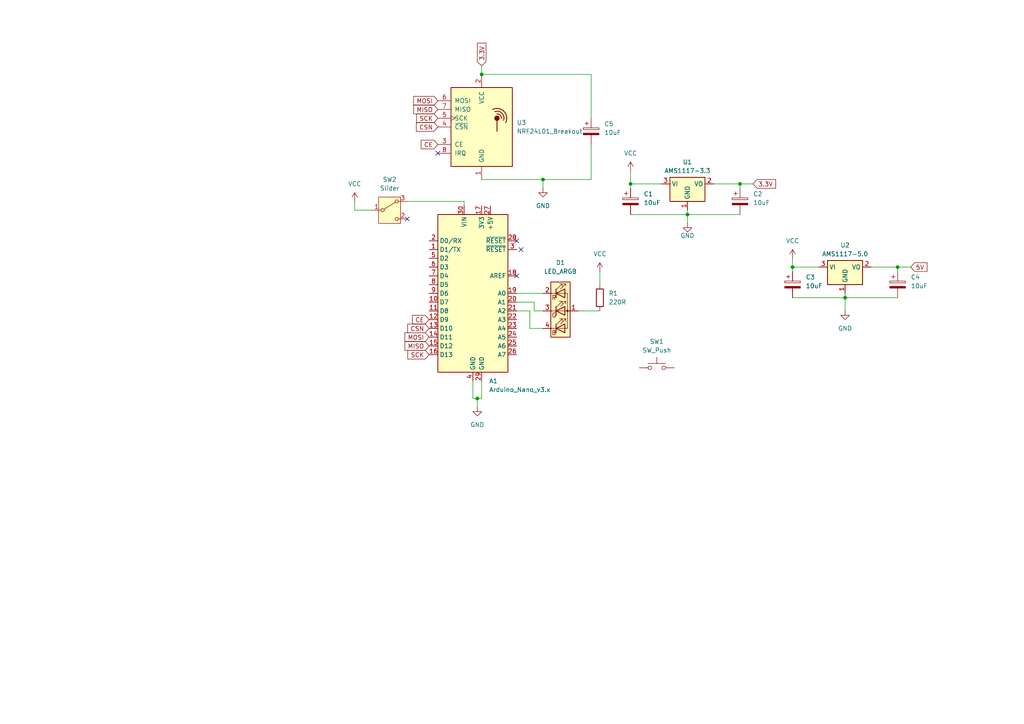
<source format=kicad_sch>
(kicad_sch (version 20250114) (generator "eeschema") (generator_version "9.0")
  (paper "A4")
  (title_block (title "Kumanda") (date "2025-03-31") (rev "1.0") (company "Bence Emerik"))
  (lib_symbols
    (symbol "Device:C_Polarized" (pin_numbers (hide yes)) (pin_names (offset 0.254))
      (property "Reference" "C" (at 0.635 2.54 0))
      (property "Value" "C_Polarized" (at 0.635 -2.54 0))
      (symbol "C_Polarized_0_1"
        (rectangle (start -2.286 0.508) (end 2.286 1.016))
        (polyline (pts (xy -1.778 2.286) (xy -0.762 2.286)))
        (polyline (pts (xy -1.27 2.794) (xy -1.27 1.778)))
        (rectangle (start 2.286 -0.508) (end -2.286 -1.016) (fill (type outline)))
      )
      (symbol "C_Polarized_1_1"
        (pin passive line (at 0 3.81 270) (length 2.794) (name "~") (number "1"))
        (pin passive line (at 0 -3.81 90) (length 2.794) (name "~") (number "2"))
      )
    )
    (symbol "Device:LED_ARGB" (pin_names (offset 0) (hide yes))
      (property "Reference" "D" (at 0 9.398 0))
      (property "Value" "LED_ARGB" (at 0 -8.89 0))
      (symbol "LED_ARGB_0_0"
        (text "R" (at -1.905 3.81 0) (effects (font (size 1.27 1.27))))
        (text "G" (at -1.905 -1.27 0) (effects (font (size 1.27 1.27))))
        (text "B" (at -1.905 -6.35 0) (effects (font (size 1.27 1.27))))
      )
      (symbol "LED_ARGB_0_1"
        (polyline (pts (xy -1.27 6.35) (xy -1.27 3.81)) (stroke (width 0.254)))
        (polyline (pts (xy -1.27 6.35) (xy -1.27 3.81) (xy -1.27 3.81)))
        (polyline (pts (xy -1.27 5.08) (xy -2.54 5.08)))
        (polyline (pts (xy -1.27 5.08) (xy 1.27 5.08)))
        (polyline (pts (xy -1.27 1.27) (xy -1.27 -1.27)) (stroke (width 0.254)))
        (polyline (pts (xy -1.27 1.27) (xy -1.27 -1.27) (xy -1.27 -1.27)))
        (polyline (pts (xy -1.27 0) (xy -2.54 0)))
        (polyline (pts (xy -1.27 -3.81) (xy -1.27 -6.35)) (stroke (width 0.254)))
        (polyline (pts (xy -1.27 -5.08) (xy -2.54 -5.08)))
        (polyline (pts (xy -1.27 -5.08) (xy 1.27 -5.08)))
        (polyline (pts (xy -1.016 6.35) (xy 0.508 7.874) (xy -0.254 7.874) (xy 0.508 7.874) (xy 0.508 7.112)))
        (polyline (pts (xy -1.016 1.27) (xy 0.508 2.794) (xy -0.254 2.794) (xy 0.508 2.794) (xy 0.508 2.032)))
        (polyline (pts (xy -1.016 -3.81) (xy 0.508 -2.286) (xy -0.254 -2.286) (xy 0.508 -2.286) (xy 0.508 -3.048)))
        (polyline (pts (xy 0 6.35) (xy 1.524 7.874) (xy 0.762 7.874) (xy 1.524 7.874) (xy 1.524 7.112)))
        (polyline (pts (xy 0 1.27) (xy 1.524 2.794) (xy 0.762 2.794) (xy 1.524 2.794) (xy 1.524 2.032)))
        (polyline (pts (xy 0 -3.81) (xy 1.524 -2.286) (xy 0.762 -2.286) (xy 1.524 -2.286) (xy 1.524 -3.048)))
        (polyline (pts (xy 1.27 6.35) (xy 1.27 3.81) (xy -1.27 5.08) (xy 1.27 6.35)) (stroke (width 0.254)))
        (rectangle (start 1.27 6.35) (end 1.27 6.35))
        (rectangle (start 1.27 3.81) (end 1.27 6.35))
        (polyline (pts (xy 1.27 1.27) (xy 1.27 -1.27) (xy -1.27 0) (xy 1.27 1.27)) (stroke (width 0.254)))
        (rectangle (start 1.27 1.27) (end 1.27 1.27))
        (polyline (pts (xy 1.27 0) (xy -1.27 0)))
        (polyline (pts (xy 1.27 0) (xy 2.54 0)))
        (rectangle (start 1.27 -1.27) (end 1.27 1.27))
        (polyline (pts (xy 1.27 -3.81) (xy 1.27 -6.35) (xy -1.27 -5.08) (xy 1.27 -3.81)) (stroke (width 0.254)))
        (polyline (pts (xy 1.27 -5.08) (xy 2.032 -5.08) (xy 2.032 5.08) (xy 1.27 5.08)))
        (circle (center 2.032 0) (radius 0.254) (fill (type outline)))
        (rectangle (start 2.794 8.382) (end -2.794 -7.62) (stroke (width 0.254)) (fill (type background)))
      )
      (symbol "LED_ARGB_1_1"
        (pin passive line (at -5.08 5.08 0) (length 2.54) (name "RK") (number "2"))
        (pin passive line (at -5.08 0 0) (length 2.54) (name "GK") (number "3"))
        (pin passive line (at -5.08 -5.08 0) (length 2.54) (name "BK") (number "4"))
        (pin passive line (at 5.08 0 180) (length 2.54) (name "A") (number "1"))
      )
    )
    (symbol "Device:R" (pin_numbers (hide yes)) (pin_names (offset 0))
      (property "Reference" "R" (at 2.032 0 90))
      (property "Value" "R" (at 0 0 90))
      (symbol "R_0_1"
        (rectangle (start -1.016 -2.54) (end 1.016 2.54) (stroke (width 0.254)))
      )
      (symbol "R_1_1"
        (pin passive line (at 0 3.81 270) (length 1.27) (name "~") (number "1"))
        (pin passive line (at 0 -3.81 90) (length 1.27) (name "~") (number "2"))
      )
    )
    (symbol "MCU_Module:Arduino_Nano_v3.x"
      (property "Reference" "A" (at -10.16 23.495 0))
      (property "Value" "Arduino_Nano_v3.x" (at 5.08 -24.13 0))
      (symbol "Arduino_Nano_v3.x_0_1"
        (rectangle (start -10.16 22.86) (end 10.16 -22.86) (stroke (width 0.254)) (fill (type background)))
      )
      (symbol "Arduino_Nano_v3.x_1_1"
        (pin bidirectional line (at -12.7 15.24 0) (length 2.54) (name "D0/RX") (number "2"))
        (pin bidirectional line (at -12.7 12.7 0) (length 2.54) (name "D1/TX") (number "1"))
        (pin bidirectional line (at -12.7 10.16 0) (length 2.54) (name "D2") (number "5"))
        (pin bidirectional line (at -12.7 7.62 0) (length 2.54) (name "D3") (number "6"))
        (pin bidirectional line (at -12.7 5.08 0) (length 2.54) (name "D4") (number "7"))
        (pin bidirectional line (at -12.7 2.54 0) (length 2.54) (name "D5") (number "8"))
        (pin bidirectional line (at -12.7 0 0) (length 2.54) (name "D6") (number "9"))
        (pin bidirectional line (at -12.7 -2.54 0) (length 2.54) (name "D7") (number "10"))
        (pin bidirectional line (at -12.7 -5.08 0) (length 2.54) (name "D8") (number "11"))
        (pin bidirectional line (at -12.7 -7.62 0) (length 2.54) (name "D9") (number "12"))
        (pin bidirectional line (at -12.7 -10.16 0) (length 2.54) (name "D10") (number "13"))
        (pin bidirectional line (at -12.7 -12.7 0) (length 2.54) (name "D11") (number "14"))
        (pin bidirectional line (at -12.7 -15.24 0) (length 2.54) (name "D12") (number "15"))
        (pin bidirectional line (at -12.7 -17.78 0) (length 2.54) (name "D13") (number "16"))
        (pin power_in line (at -2.54 25.4 270) (length 2.54) (name "VIN") (number "30"))
        (pin power_in line (at 0 -25.4 90) (length 2.54) (name "GND") (number "4"))
        (pin power_out line (at 2.54 25.4 270) (length 2.54) (name "3V3") (number "17"))
        (pin power_in line (at 2.54 -25.4 90) (length 2.54) (name "GND") (number "29"))
        (pin power_out line (at 5.08 25.4 270) (length 2.54) (name "+5V") (number "27"))
        (pin input line (at 12.7 15.24 180) (length 2.54) (name "~{RESET}") (number "28"))
        (pin input line (at 12.7 12.7 180) (length 2.54) (name "~{RESET}") (number "3"))
        (pin input line (at 12.7 5.08 180) (length 2.54) (name "AREF") (number "18"))
        (pin bidirectional line (at 12.7 0 180) (length 2.54) (name "A0") (number "19"))
        (pin bidirectional line (at 12.7 -2.54 180) (length 2.54) (name "A1") (number "20"))
        (pin bidirectional line (at 12.7 -5.08 180) (length 2.54) (name "A2") (number "21"))
        (pin bidirectional line (at 12.7 -7.62 180) (length 2.54) (name "A3") (number "22"))
        (pin bidirectional line (at 12.7 -10.16 180) (length 2.54) (name "A4") (number "23"))
        (pin bidirectional line (at 12.7 -12.7 180) (length 2.54) (name "A5") (number "24"))
        (pin bidirectional line (at 12.7 -15.24 180) (length 2.54) (name "A6") (number "25"))
        (pin bidirectional line (at 12.7 -17.78 180) (length 2.54) (name "A7") (number "26"))
      )
    )
    (symbol "RF:NRF24L01_Breakout" (pin_names (offset 1.016))
      (property "Reference" "U" (at -8.89 12.7 0))
      (property "Value" "NRF24L01_Breakout" (at 3.81 12.7 0))
      (symbol "NRF24L01_Breakout_0_1"
        (rectangle (start -8.89 11.43) (end 8.89 -11.43) (stroke (width 0.254)) (fill (type background)))
        (arc (start 3.175 5.08) (mid 6.453 4.548) (end 6.985 1.27) (stroke (width 0.254)))
        (circle (center 4.445 2.54) (radius 0.635) (stroke (width 0.254)) (fill (type outline)))
        (polyline (pts (xy 4.445 1.905) (xy 4.445 -1.27)) (stroke (width 0.254)))
        (arc (start 3.81 4.445) (mid 5.8835 3.9785) (end 6.35 1.905) (stroke (width 0.254)))
        (arc (start 4.445 3.81) (mid 5.3558 3.4508) (end 5.715 2.54) (stroke (width 0.254)))
      )
      (symbol "NRF24L01_Breakout_1_1"
        (pin input line (at -12.7 7.62 0) (length 3.81) (name "MOSI") (number "6"))
        (pin output line (at -12.7 5.08 0) (length 3.81) (name "MISO") (number "7"))
        (pin input clock (at -12.7 2.54 0) (length 3.81) (name "SCK") (number "5"))
        (pin input line (at -12.7 0 0) (length 3.81) (name "~{CSN}") (number "4"))
        (pin input line (at -12.7 -5.08 0) (length 3.81) (name "CE") (number "3"))
        (pin output line (at -12.7 -7.62 0) (length 3.81) (name "IRQ") (number "8"))
        (pin power_in line (at 0 15.24 270) (length 3.81) (name "VCC") (number "2"))
        (pin power_in line (at 0 -15.24 90) (length 3.81) (name "GND") (number "1"))
      )
    )
    (symbol "Regulator_Linear:AMS1117-3.3"
      (property "Reference" "U" (at -3.81 3.175 0))
      (property "Value" "AMS1117-3.3" (at 0 3.175 0))
      (symbol "AMS1117-3.3_0_1"
        (rectangle (start -5.08 -5.08) (end 5.08 1.905) (stroke (width 0.254)) (fill (type background)))
      )
      (symbol "AMS1117-3.3_1_1"
        (pin power_in line (at -7.62 0 0) (length 2.54) (name "VI") (number "3"))
        (pin power_in line (at 0 -7.62 90) (length 2.54) (name "GND") (number "1"))
        (pin power_out line (at 7.62 0 180) (length 2.54) (name "VO") (number "2"))
      )
    )
    (symbol "Regulator_Linear:AMS1117-5.0"
      (property "Reference" "U" (at -3.81 3.175 0))
      (property "Value" "AMS1117-5.0" (at 0 3.175 0))
      (symbol "AMS1117-5.0_0_1"
        (rectangle (start -5.08 -5.08) (end 5.08 1.905) (stroke (width 0.254)) (fill (type background)))
      )
      (symbol "AMS1117-5.0_1_1"
        (pin power_in line (at -7.62 0 0) (length 2.54) (name "VI") (number "3"))
        (pin power_in line (at 0 -7.62 90) (length 2.54) (name "GND") (number "1"))
        (pin power_out line (at 7.62 0 180) (length 2.54) (name "VO") (number "2"))
      )
    )
    (symbol "Switch:SW_Push" (pin_numbers (hide yes)) (pin_names (offset 1.016) (hide yes))
      (property "Reference" "SW" (at 1.27 2.54 0))
      (property "Value" "SW_Push" (at 0 -1.524 0))
      (symbol "SW_Push_0_1"
        (circle (center -2.032 0) (radius 0.508))
        (polyline (pts (xy 0 1.27) (xy 0 3.048)))
        (circle (center 2.032 0) (radius 0.508))
        (polyline (pts (xy 2.54 1.27) (xy -2.54 1.27)))
        (pin passive line (at -5.08 0 0) (length 2.54) (name "1") (number "1"))
        (pin passive line (at 5.08 0 180) (length 2.54) (name "2") (number "2"))
      )
    )
    (symbol "Switch:SW_Wuerth_450301014042" (pin_names (offset 1) (hide yes))
      (property "Reference" "SW" (at 0 5.08 0))
      (property "Value" "SW_Wuerth_450301014042" (at 0 -5.08 0))
      (symbol "SW_Wuerth_450301014042_0_1"
        (circle (center -2.032 0) (radius 0.4572))
        (polyline (pts (xy -1.651 0.254) (xy 1.651 2.286)))
        (circle (center 2.032 2.54) (radius 0.4572))
        (circle (center 2.032 -2.54) (radius 0.4572))
      )
      (symbol "SW_Wuerth_450301014042_1_1"
        (rectangle (start -3.175 3.81) (end 3.175 -3.81) (fill (type background)))
        (pin passive line (at -5.08 0 0) (length 2.54) (name "B") (number "1"))
        (pin passive line (at 5.08 2.54 180) (length 2.54) (name "A") (number "3"))
        (pin passive line (at 5.08 -2.54 180) (length 2.54) (name "C") (number "2"))
      )
    )
    (symbol "power:GND" (power) (pin_numbers (hide yes)) (pin_names (offset 0) (hide yes))
      (property "Value" "GND" (at 0 -3.81 0))
      (symbol "GND_0_1"
        (polyline (pts (xy 0 0) (xy 0 -1.27) (xy 1.27 -1.27) (xy 0 -2.54) (xy -1.27 -1.27) (xy 0 -1.27)))
      )
      (symbol "GND_1_1"
        (pin power_in line (at 0 0 270) (length 0) (name "~") (number "1"))
      )
    )
    (symbol "power:VCC" (power) (pin_numbers (hide yes)) (pin_names (offset 0) (hide yes))
      (property "Value" "VCC" (at 0 3.556 0))
      (symbol "VCC_0_1"
        (polyline (pts (xy -0.762 1.27) (xy 0 2.54)))
        (polyline (pts (xy 0 2.54) (xy 0.762 1.27)))
        (polyline (pts (xy 0 0) (xy 0 2.54)))
      )
      (symbol "VCC_1_1"
        (pin power_in line (at 0 0 90) (length 0) (name "~") (number "1"))
      )
    )
  )
  (junction (at 260.35 77.47))
  (junction (at 229.87 77.47))
  (junction (at 157.48 52.07))
  (junction (at 182.88 53.34))
  (junction (at 138.43 115.57))
  (junction (at 245.11 86.36))
  (junction (at 214.63 53.34))
  (junction (at 199.39 62.23))
  (junction (at 139.7 21.59))
  (no_connect (at 127 44.45))
  (no_connect (at 149.86 80.01))
  (no_connect (at 118.11 63.5))
  (no_connect (at 149.86 69.85))
  (no_connect (at 151.13 72.39))
  (wire (pts (xy 173.99 78.74) (xy 173.99 82.55)))
  (wire (pts (xy 171.45 41.91) (xy 171.45 52.07)))
  (wire (pts (xy 229.87 86.36) (xy 245.11 86.36)))
  (wire (pts (xy 182.88 62.23) (xy 199.39 62.23)))
  (wire (pts (xy 214.63 53.34) (xy 214.63 54.61)))
  (wire (pts (xy 182.88 53.34) (xy 191.77 53.34)))
  (wire (pts (xy 182.88 54.61) (xy 182.88 53.34)))
  (wire (pts (xy 229.87 77.47) (xy 229.87 78.74)))
  (wire (pts (xy 157.48 52.07) (xy 157.48 54.61)))
  (wire (pts (xy 134.62 58.42) (xy 134.62 59.69)))
  (wire (pts (xy 102.87 58.42) (xy 102.87 60.96)))
  (wire (pts (xy 245.11 86.36) (xy 260.35 86.36)))
  (wire (pts (xy 199.39 62.23) (xy 199.39 60.96)))
  (wire (pts (xy 154.94 90.17) (xy 154.94 87.63)))
  (wire (pts (xy 139.7 19.05) (xy 139.7 21.59)))
  (wire (pts (xy 102.87 60.96) (xy 107.95 60.96)))
  (wire (pts (xy 245.11 86.36) (xy 245.11 90.17)))
  (wire (pts (xy 214.63 62.23) (xy 199.39 62.23)))
  (wire (pts (xy 167.64 90.17) (xy 173.99 90.17)))
  (wire (pts (xy 138.43 115.57) (xy 139.7 115.57)))
  (wire (pts (xy 157.48 95.25) (xy 153.67 95.25)))
  (wire (pts (xy 137.16 115.57) (xy 138.43 115.57)))
  (wire (pts (xy 260.35 77.47) (xy 252.73 77.47)))
  (wire (pts (xy 245.11 86.36) (xy 245.11 85.09)))
  (wire (pts (xy 182.88 49.53) (xy 182.88 53.34)))
  (wire (pts (xy 237.49 77.47) (xy 229.87 77.47)))
  (wire (pts (xy 153.67 95.25) (xy 153.67 90.17)))
  (wire (pts (xy 157.48 90.17) (xy 154.94 90.17)))
  (wire (pts (xy 138.43 115.57) (xy 138.43 118.11)))
  (wire (pts (xy 154.94 87.63) (xy 149.86 87.63)))
  (wire (pts (xy 199.39 62.23) (xy 199.39 64.77)))
  (wire (pts (xy 171.45 21.59) (xy 171.45 34.29)))
  (wire (pts (xy 214.63 53.34) (xy 218.44 53.34)))
  (wire (pts (xy 260.35 77.47) (xy 264.16 77.47)))
  (wire (pts (xy 139.7 21.59) (xy 171.45 21.59)))
  (wire (pts (xy 153.67 90.17) (xy 149.86 90.17)))
  (wire (pts (xy 229.87 74.93) (xy 229.87 77.47)))
  (wire (pts (xy 207.01 53.34) (xy 214.63 53.34)))
  (wire (pts (xy 118.11 58.42) (xy 134.62 58.42)))
  (wire (pts (xy 171.45 52.07) (xy 157.48 52.07)))
  (wire (pts (xy 137.16 110.49) (xy 137.16 115.57)))
  (wire (pts (xy 139.7 110.49) (xy 139.7 115.57)))
  (wire (pts (xy 157.48 52.07) (xy 139.7 52.07)))
  (wire (pts (xy 149.86 85.09) (xy 157.48 85.09)))
  (wire (pts (xy 260.35 78.74) (xy 260.35 77.47)))
  (global_label "CSN" (shape input) (at 124.46 95.25 180) (property "Intersheetrefs" "${INTERSHEET_REFS}" (effects (hide yes))))
  (global_label "SCK" (shape input) (at 127 34.29 180) (property "Intersheetrefs" "${INTERSHEET_REFS}" (effects (hide yes))))
  (global_label "3.3V" (shape input) (at 139.7 19.05 90) (property "Intersheetrefs" "${INTERSHEET_REFS}" (effects (hide yes))))
  (global_label "SCK" (shape input) (at 124.46 102.87 180) (property "Intersheetrefs" "${INTERSHEET_REFS}" (effects (hide yes))))
  (global_label "MISO" (shape input) (at 124.46 100.33 180) (property "Intersheetrefs" "${INTERSHEET_REFS}" (effects (hide yes))))
  (global_label "MOSI" (shape input) (at 124.46 97.79 180) (property "Intersheetrefs" "${INTERSHEET_REFS}" (effects (hide yes))))
  (global_label "CSN" (shape input) (at 127 36.83 180) (property "Intersheetrefs" "${INTERSHEET_REFS}" (effects (hide yes))))
  (global_label "MOSI" (shape input) (at 127 29.21 180) (property "Intersheetrefs" "${INTERSHEET_REFS}" (effects (hide yes))))
  (global_label "3.3V" (shape input) (at 218.44 53.34 0) (property "Intersheetrefs" "${INTERSHEET_REFS}" (effects (hide yes))))
  (global_label "5V" (shape input) (at 264.16 77.47 0) (property "Intersheetrefs" "${INTERSHEET_REFS}" (effects (hide yes))))
  (global_label "CE" (shape input) (at 124.46 92.71 180) (property "Intersheetrefs" "${INTERSHEET_REFS}" (effects (hide yes))))
  (global_label "CE" (shape input) (at 127 41.91 180) (property "Intersheetrefs" "${INTERSHEET_REFS}" (effects (hide yes))))
  (global_label "MISO" (shape input) (at 127 31.75 180) (property "Intersheetrefs" "${INTERSHEET_REFS}" (effects (hide yes))))
  (symbol (lib_id "RF:NRF24L01_Breakout") (at 139.7 36.83 0) (unit 1)
    (property "Reference" "U3" (at 149.86 35.5599 0) (effects (justify left)))
    (property "Value" "NRF24L01_Breakout" (at 149.86 38.0999 0) (effects (justify left)))
    (property "Footprint" "RF_Module:nRF24L01_Breakout" (effects (hide yes)))
    (property "Datasheet" "http://www.nordicsemi.com/eng/content/download/2730/34105/file/nRF24L01_Product_Specification_v2_0.pdf" (effects (hide yes)))
    (property "Description" "Ultra low power 2.4GHz RF Transceiver, Carrier PCB" (effects (hide yes)))
  )
  (symbol (lib_id "Switch:SW_Push") (at 190.5 106.68 0) (unit 1)
    (property "Reference" "SW1" (at 190.5 99.06 0))
    (property "Value" "SW_Push" (at 190.5 101.6 0))
    (property "Footprint" "Button_Switch_THT:SW_PUSH-12mm" (effects (hide yes)))
    (property "Description" "Push button switch, generic, two pins" (effects (hide yes)))
  )
  (symbol (lib_id "Device:LED_ARGB") (at 162.56 90.17 0) (unit 1)
    (property "Reference" "D1" (at 162.56 76.2 0))
    (property "Value" "LED_ARGB" (at 162.56 78.74 0))
    (property "Footprint" "LED_THT:LED_D5.0mm-4_RGB" (effects (hide yes)))
    (property "Description" "RGB LED, anode/red/green/blue" (effects (hide yes)))
  )
  (symbol (lib_id "Device:C_Polarized") (at 182.88 58.42 0) (unit 1)
    (property "Reference" "C1" (at 186.69 56.2609 0) (effects (justify left)))
    (property "Value" "10uF" (at 186.69 58.8009 0) (effects (justify left)))
    (property "Footprint" "Capacitor_Tantalum_SMD:CP_EIA-3216-10_Kemet-I" (effects (hide yes)))
    (property "Description" "Polarized capacitor" (effects (hide yes)))
  )
  (symbol (lib_id "Device:C_Polarized") (at 171.45 38.1 0) (unit 1)
    (property "Reference" "C5" (at 175.26 35.9409 0) (effects (justify left)))
    (property "Value" "10uF" (at 175.26 38.4809 0) (effects (justify left)))
    (property "Footprint" "Capacitor_Tantalum_SMD:CP_EIA-3216-10_Kemet-I" (effects (hide yes)))
    (property "Description" "Polarized capacitor" (effects (hide yes)))
  )
  (symbol (lib_id "power:GND") (at 245.11 90.17 0) (unit 1)
    (property "Reference" "#PWR03" (effects (hide yes)))
    (property "Value" "GND" (at 245.11 95.25 0))
    (property "Description" "Power symbol creates a global label with name \"GND\" , ground" (effects (hide yes)))
  )
  (symbol (lib_id "power:GND") (at 138.43 118.11 0) (unit 1)
    (property "Reference" "#PWR01" (effects (hide yes)))
    (property "Value" "GND" (at 138.43 123.19 0))
    (property "Description" "Power symbol creates a global label with name \"GND\" , ground" (effects (hide yes)))
  )
  (symbol (lib_id "power:GND") (at 157.48 54.61 0) (unit 1)
    (property "Reference" "#PWR07" (effects (hide yes)))
    (property "Value" "GND" (at 157.48 59.69 0))
    (property "Description" "Power symbol creates a global label with name \"GND\" , ground" (effects (hide yes)))
  )
  (symbol (lib_id "Regulator_Linear:AMS1117-3.3") (at 199.39 53.34 0) (unit 1)
    (property "Reference" "U1" (at 199.39 46.99 0))
    (property "Value" "AMS1117-3.3" (at 199.39 49.53 0))
    (property "Footprint" "Package_TO_SOT_SMD:SOT-223-3_TabPin2" (effects (hide yes)))
    (property "Datasheet" "http://www.advanced-monolithic.com/pdf/ds1117.pdf" (effects (hide yes)))
    (property "Description" "1A Low Dropout regulator, positive, 3.3V fixed output, SOT-223" (effects (hide yes)))
  )
  (symbol (lib_id "power:VCC") (at 173.99 78.74 0) (unit 1)
    (property "Reference" "#PWR09" (effects (hide yes)))
    (property "Value" "VCC" (at 173.99 73.66 0))
    (property "Description" "Power symbol creates a global label with name \"VCC\"" (effects (hide yes)))
  )
  (symbol (lib_id "Regulator_Linear:AMS1117-5.0") (at 245.11 77.47 0) (unit 1)
    (property "Reference" "U2" (at 245.11 71.12 0))
    (property "Value" "AMS1117-5.0" (at 245.11 73.66 0))
    (property "Footprint" "Package_TO_SOT_SMD:SOT-223-3_TabPin2" (effects (hide yes)))
    (property "Datasheet" "http://www.advanced-monolithic.com/pdf/ds1117.pdf" (effects (hide yes)))
    (property "Description" "1A Low Dropout regulator, positive, 5.0V fixed output, SOT-223" (effects (hide yes)))
  )
  (symbol (lib_id "power:GND") (at 199.39 64.77 0) (unit 1)
    (property "Reference" "#PWR02" (effects (hide yes)))
    (property "Value" "GND" (at 199.39 68.326 0))
    (property "Description" "Power symbol creates a global label with name \"GND\" , ground" (effects (hide yes)))
  )
  (symbol (lib_id "power:VCC") (at 102.87 58.42 0) (unit 1)
    (property "Reference" "#PWR08" (effects (hide yes)))
    (property "Value" "VCC" (at 102.87 53.34 0))
    (property "Description" "Power symbol creates a global label with name \"VCC\"" (effects (hide yes)))
  )
  (symbol (lib_id "Device:R") (at 173.99 86.36 0) (unit 1)
    (property "Reference" "R1" (at 176.53 85.0899 0) (effects (justify left)))
    (property "Value" "220R" (at 176.53 87.6299 0) (effects (justify left)))
    (property "Footprint" "Resistor_SMD:R_2010_5025Metric" (effects (hide yes)))
    (property "Description" "Resistor" (effects (hide yes)))
  )
  (symbol (lib_id "power:VCC") (at 182.88 49.53 0) (unit 1)
    (property "Reference" "#PWR04" (effects (hide yes)))
    (property "Value" "VCC" (at 182.88 44.45 0))
    (property "Description" "Power symbol creates a global label with name \"VCC\"" (effects (hide yes)))
  )
  (symbol (lib_id "Device:C_Polarized") (at 214.63 58.42 0) (unit 1)
    (property "Reference" "C2" (at 218.44 56.2609 0) (effects (justify left)))
    (property "Value" "10uF" (at 218.44 58.8009 0) (effects (justify left)))
    (property "Footprint" "Capacitor_Tantalum_SMD:CP_EIA-3216-10_Kemet-I" (effects (hide yes)))
    (property "Description" "Polarized capacitor" (effects (hide yes)))
  )
  (symbol (lib_id "MCU_Module:Arduino_Nano_v3.x") (at 137.16 85.09 0) (unit 1)
    (property "Reference" "A1" (at 141.8433 110.49 0) (effects (justify left)))
    (property "Value" "Arduino_Nano_v3.x" (at 141.8433 113.03 0) (effects (justify left)))
    (property "Footprint" "Module:Arduino_Nano_WithMountingHoles" (effects (hide yes)))
    (property "Datasheet" "http://www.mouser.com/pdfdocs/Gravitech_Arduino_Nano3_0.pdf" (effects (hide yes)))
    (property "Description" "Arduino Nano v3.x" (effects (hide yes)))
  )
  (symbol (lib_id "Switch:SW_Wuerth_450301014042") (at 113.03 60.96 0) (unit 1)
    (property "Reference" "SW2" (at 113.03 52.07 0))
    (property "Value" "Slider" (at 113.03 54.61 0))
    (property "Footprint" "Button_Switch_THT:SW_Slide-03_Wuerth-WS-SLTV_10x2.5x6.4_P2.54mm" (effects (hide yes)))
    (property "Datasheet" "https://www.we-online.com/components/products/datasheet/450301014042.pdf" (effects (hide yes)))
    (property "Description" "Switch slide, single pole double throw" (effects (hide yes)))
  )
  (symbol (lib_id "power:VCC") (at 229.87 74.93 0) (unit 1)
    (property "Reference" "#PWR05" (effects (hide yes)))
    (property "Value" "VCC" (at 229.87 69.85 0))
    (property "Description" "Power symbol creates a global label with name \"VCC\"" (effects (hide yes)))
  )
  (symbol (lib_id "Device:C_Polarized") (at 260.35 82.55 0) (unit 1)
    (property "Reference" "C4" (at 264.16 80.3909 0) (effects (justify left)))
    (property "Value" "10uF" (at 264.16 82.9309 0) (effects (justify left)))
    (property "Footprint" "Capacitor_Tantalum_SMD:CP_EIA-3216-10_Kemet-I" (effects (hide yes)))
    (property "Description" "Polarized capacitor" (effects (hide yes)))
  )
  (symbol (lib_id "Device:C_Polarized") (at 229.87 82.55 0) (unit 1)
    (property "Reference" "C3" (at 233.68 80.3909 0) (effects (justify left)))
    (property "Value" "10uF" (at 233.68 82.9309 0) (effects (justify left)))
    (property "Footprint" "Capacitor_Tantalum_SMD:CP_EIA-3216-10_Kemet-I" (effects (hide yes)))
    (property "Description" "Polarized capacitor" (effects (hide yes)))
  )
)
</source>
